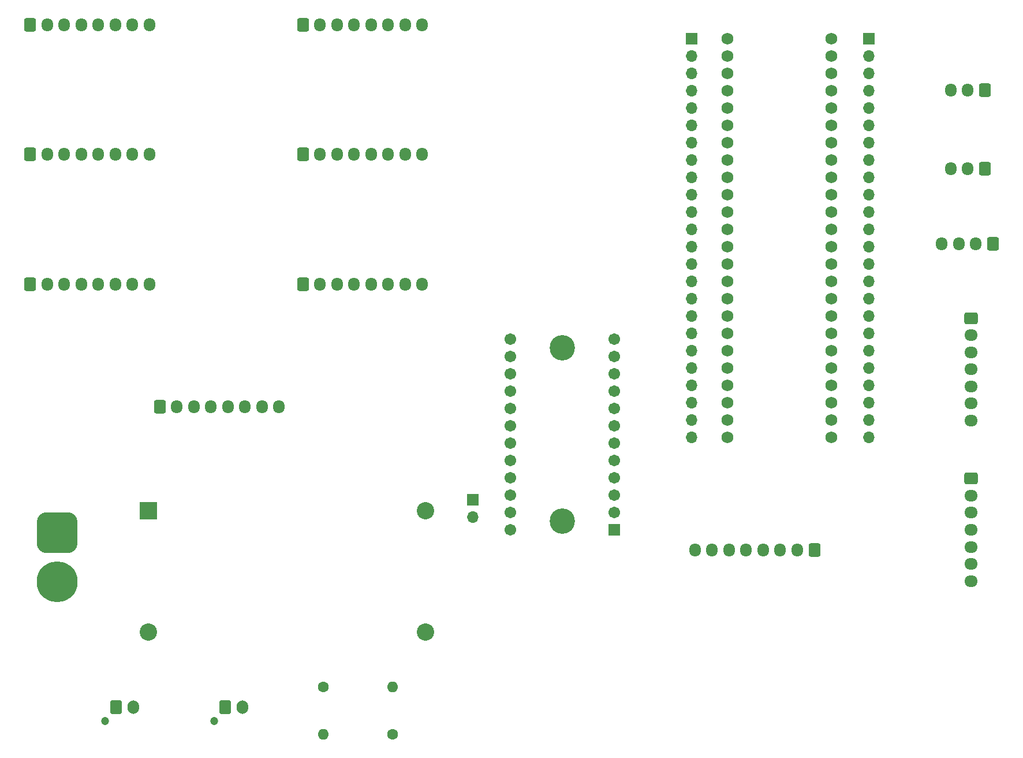
<source format=gbr>
%TF.GenerationSoftware,KiCad,Pcbnew,8.0.0*%
%TF.CreationDate,2025-07-10T12:46:30-06:00*%
%TF.ProjectId,Motherboard,4d6f7468-6572-4626-9f61-72642e6b6963,A*%
%TF.SameCoordinates,Original*%
%TF.FileFunction,Soldermask,Top*%
%TF.FilePolarity,Negative*%
%FSLAX46Y46*%
G04 Gerber Fmt 4.6, Leading zero omitted, Abs format (unit mm)*
G04 Created by KiCad (PCBNEW 8.0.0) date 2025-07-10 12:46:30*
%MOMM*%
%LPD*%
G01*
G04 APERTURE LIST*
G04 Aperture macros list*
%AMRoundRect*
0 Rectangle with rounded corners*
0 $1 Rounding radius*
0 $2 $3 $4 $5 $6 $7 $8 $9 X,Y pos of 4 corners*
0 Add a 4 corners polygon primitive as box body*
4,1,4,$2,$3,$4,$5,$6,$7,$8,$9,$2,$3,0*
0 Add four circle primitives for the rounded corners*
1,1,$1+$1,$2,$3*
1,1,$1+$1,$4,$5*
1,1,$1+$1,$6,$7*
1,1,$1+$1,$8,$9*
0 Add four rect primitives between the rounded corners*
20,1,$1+$1,$2,$3,$4,$5,0*
20,1,$1+$1,$4,$5,$6,$7,0*
20,1,$1+$1,$6,$7,$8,$9,0*
20,1,$1+$1,$8,$9,$2,$3,0*%
G04 Aperture macros list end*
%ADD10RoundRect,0.250000X-0.725000X0.600000X-0.725000X-0.600000X0.725000X-0.600000X0.725000X0.600000X0*%
%ADD11O,1.950000X1.700000*%
%ADD12O,1.700000X1.700000*%
%ADD13R,1.700000X1.700000*%
%ADD14RoundRect,0.250000X-0.600000X-0.725000X0.600000X-0.725000X0.600000X0.725000X-0.600000X0.725000X0*%
%ADD15O,1.700000X1.950000*%
%ADD16C,1.600000*%
%ADD17O,1.600000X1.600000*%
%ADD18C,1.728000*%
%ADD19RoundRect,0.250000X0.600000X0.725000X-0.600000X0.725000X-0.600000X-0.725000X0.600000X-0.725000X0*%
%ADD20C,1.200000*%
%ADD21RoundRect,0.250000X-0.600000X-0.750000X0.600000X-0.750000X0.600000X0.750000X-0.600000X0.750000X0*%
%ADD22O,1.700000X2.000000*%
%ADD23RoundRect,0.102000X0.754000X0.754000X-0.754000X0.754000X-0.754000X-0.754000X0.754000X-0.754000X0*%
%ADD24C,1.712000*%
%ADD25C,3.720000*%
%ADD26RoundRect,1.500000X-1.500000X1.500000X-1.500000X-1.500000X1.500000X-1.500000X1.500000X1.500000X0*%
%ADD27C,6.000000*%
%ADD28R,2.540000X2.540000*%
%ADD29C,2.540000*%
G04 APERTURE END LIST*
D10*
%TO.C,J1*%
X215249999Y-98000000D03*
D11*
X215249999Y-100500000D03*
X215249999Y-103000000D03*
X215249999Y-105500000D03*
X215249999Y-108000000D03*
X215249999Y-110500000D03*
X215249999Y-113000000D03*
%TD*%
D10*
%TO.C,J2*%
X215249999Y-121500000D03*
D11*
X215249999Y-124000000D03*
X215249999Y-126500000D03*
X215249999Y-129000000D03*
X215249999Y-131500000D03*
X215249999Y-134000000D03*
X215249999Y-136500000D03*
%TD*%
D12*
%TO.C,REF\u002A\u002A*%
X142149999Y-127140000D03*
D13*
X142149999Y-124600000D03*
%TD*%
D14*
%TO.C,J11*%
X117249999Y-93000000D03*
D15*
X119749999Y-93000000D03*
X122249999Y-93000000D03*
X124749999Y-93000000D03*
X127249999Y-93000000D03*
X129749999Y-93000000D03*
X132249999Y-93000000D03*
X134749999Y-93000000D03*
%TD*%
D14*
%TO.C,J8*%
X117249999Y-74000000D03*
D15*
X119749999Y-74000000D03*
X122249999Y-74000000D03*
X124749999Y-74000000D03*
X127249999Y-74000000D03*
X129749999Y-74000000D03*
X132249999Y-74000000D03*
X134749999Y-74000000D03*
%TD*%
D16*
%TO.C,R2*%
X130409999Y-159000000D03*
D17*
X120249999Y-159000000D03*
%TD*%
D13*
%TO.C,REF\u002A\u002A*%
X174249999Y-57000000D03*
D12*
X174249999Y-59540000D03*
X174249999Y-62080000D03*
X174249999Y-64620000D03*
X174249999Y-67160000D03*
X174249999Y-69700000D03*
X174249999Y-72240000D03*
X174249999Y-74780000D03*
X174249999Y-77320000D03*
X174249999Y-79860000D03*
X174249999Y-82400000D03*
X174249999Y-84940000D03*
X174249999Y-87480000D03*
X174249999Y-90020000D03*
X174249999Y-92560000D03*
X174249999Y-95100000D03*
X174249999Y-97640000D03*
X174249999Y-100180000D03*
X174249999Y-102720000D03*
X174249999Y-105260000D03*
X174249999Y-107800000D03*
X174249999Y-110340000D03*
X174249999Y-112880000D03*
X174249999Y-115420000D03*
%TD*%
D14*
%TO.C,J9*%
X77249999Y-74000000D03*
D15*
X79749999Y-74000000D03*
X82249999Y-74000000D03*
X84749999Y-74000000D03*
X87249999Y-74000000D03*
X89749999Y-74000000D03*
X92249999Y-74000000D03*
X94749999Y-74000000D03*
%TD*%
D18*
%TO.C,A1*%
X179519999Y-59564000D03*
X179519999Y-62104000D03*
X179519999Y-64644000D03*
X179519999Y-67184000D03*
X179519999Y-92584000D03*
X194759999Y-62104000D03*
X179519999Y-69724000D03*
X179519999Y-72264000D03*
X194759999Y-57024000D03*
X179519999Y-74804000D03*
X179519999Y-77344000D03*
X179519999Y-79884000D03*
X179519999Y-82424000D03*
X179519999Y-84964000D03*
X179519999Y-87504000D03*
X179519999Y-90044000D03*
X194759999Y-90044000D03*
X194759999Y-87504000D03*
X194759999Y-84964000D03*
X194759999Y-82424000D03*
X194759999Y-79884000D03*
X194759999Y-77344000D03*
X194759999Y-74804000D03*
X194759999Y-72264000D03*
X194759999Y-69724000D03*
X194759999Y-67184000D03*
X194759999Y-64644000D03*
X179519999Y-95124000D03*
X179519999Y-97664000D03*
X179519999Y-100204000D03*
X179519999Y-102744000D03*
X179519999Y-105284000D03*
X179519999Y-107824000D03*
X179519999Y-110364000D03*
X179519999Y-112904000D03*
X179519999Y-115444000D03*
X194759999Y-115444000D03*
X194759999Y-112904000D03*
X194759999Y-110364000D03*
X194759999Y-107824000D03*
X194759999Y-105284000D03*
X194759999Y-102744000D03*
X194759999Y-100204000D03*
X194759999Y-97664000D03*
X194759999Y-95124000D03*
X179519999Y-57024000D03*
X194759999Y-59564000D03*
X194759999Y-92584000D03*
%TD*%
D15*
%TO.C,J4*%
X212249999Y-76050000D03*
X214749999Y-76050000D03*
D19*
X217249999Y-76050000D03*
%TD*%
D15*
%TO.C,J17*%
X210949999Y-87100000D03*
X213449999Y-87100000D03*
X215949999Y-87100000D03*
D19*
X218449999Y-87100000D03*
%TD*%
D13*
%TO.C,REF\u002A\u002A*%
X200249999Y-57000000D03*
D12*
X200249999Y-59540000D03*
X200249999Y-62080000D03*
X200249999Y-64620000D03*
X200249999Y-67160000D03*
X200249999Y-69700000D03*
X200249999Y-72240000D03*
X200249999Y-74780000D03*
X200249999Y-77320000D03*
X200249999Y-79860000D03*
X200249999Y-82400000D03*
X200249999Y-84940000D03*
X200249999Y-87480000D03*
X200249999Y-90020000D03*
X200249999Y-92560000D03*
X200249999Y-95100000D03*
X200249999Y-97640000D03*
X200249999Y-100180000D03*
X200249999Y-102720000D03*
X200249999Y-105260000D03*
X200249999Y-107800000D03*
X200249999Y-110340000D03*
X200249999Y-112880000D03*
X200249999Y-115420000D03*
%TD*%
D14*
%TO.C,J5*%
X117249999Y-55000000D03*
D15*
X119749999Y-55000000D03*
X122249999Y-55000000D03*
X124749999Y-55000000D03*
X127249999Y-55000000D03*
X129749999Y-55000000D03*
X132249999Y-55000000D03*
X134749999Y-55000000D03*
%TD*%
D19*
%TO.C,J13*%
X192249999Y-132000000D03*
D15*
X189749999Y-132000000D03*
X187249999Y-132000000D03*
X184749999Y-132000000D03*
X182249999Y-132000000D03*
X179749999Y-132000000D03*
X177249999Y-132000000D03*
X174749999Y-132000000D03*
%TD*%
D20*
%TO.C,J15*%
X88249999Y-157000000D03*
D21*
X89849999Y-155000000D03*
D22*
X92349999Y-155000000D03*
%TD*%
D14*
%TO.C,J7*%
X96249999Y-111000000D03*
D15*
X98749999Y-111000000D03*
X101249999Y-111000000D03*
X103749999Y-111000000D03*
X106249999Y-111000000D03*
X108749999Y-111000000D03*
X111249999Y-111000000D03*
X113749999Y-111000000D03*
%TD*%
D19*
%TO.C,J3*%
X217249999Y-64600000D03*
D15*
X214749999Y-64600000D03*
X212249999Y-64600000D03*
%TD*%
D23*
%TO.C,U2*%
X162869999Y-128970000D03*
D24*
X162869999Y-126430000D03*
X162869999Y-123890000D03*
X162869999Y-121350000D03*
X162869999Y-118810000D03*
X162869999Y-116270000D03*
X162869999Y-113730000D03*
X162869999Y-111190000D03*
X162869999Y-108650000D03*
X162869999Y-106110000D03*
X162869999Y-103570000D03*
X162869999Y-101030000D03*
X147629999Y-101030000D03*
X147629999Y-103570000D03*
X147629999Y-106110000D03*
X147629999Y-108650000D03*
X147629999Y-111190000D03*
X147629999Y-113730000D03*
X147629999Y-116270000D03*
X147629999Y-118810000D03*
X147629999Y-121350000D03*
X147629999Y-123890000D03*
X147629999Y-126430000D03*
X147629999Y-128970000D03*
D25*
X155249999Y-127700000D03*
X155249999Y-102300000D03*
%TD*%
D20*
%TO.C,J16*%
X104249999Y-157000000D03*
D21*
X105849999Y-155000000D03*
D22*
X108349999Y-155000000D03*
%TD*%
D14*
%TO.C,J6*%
X77249999Y-55000000D03*
D15*
X79749999Y-55000000D03*
X82249999Y-55000000D03*
X84749999Y-55000000D03*
X87249999Y-55000000D03*
X89749999Y-55000000D03*
X92249999Y-55000000D03*
X94749999Y-55000000D03*
%TD*%
D16*
%TO.C,R1*%
X120249999Y-152000000D03*
D17*
X130409999Y-152000000D03*
%TD*%
D14*
%TO.C,J10*%
X77249999Y-93000000D03*
D15*
X79749999Y-93000000D03*
X82249999Y-93000000D03*
X84749999Y-93000000D03*
X87249999Y-93000000D03*
X89749999Y-93000000D03*
X92249999Y-93000000D03*
X94749999Y-93000000D03*
%TD*%
D26*
%TO.C,J14*%
X81249999Y-129400000D03*
D27*
X81249999Y-136600000D03*
%TD*%
D28*
%TO.C,U1*%
X94609999Y-126220000D03*
D29*
X94609999Y-144000000D03*
X135249999Y-144000000D03*
X135249999Y-126220000D03*
%TD*%
M02*

</source>
